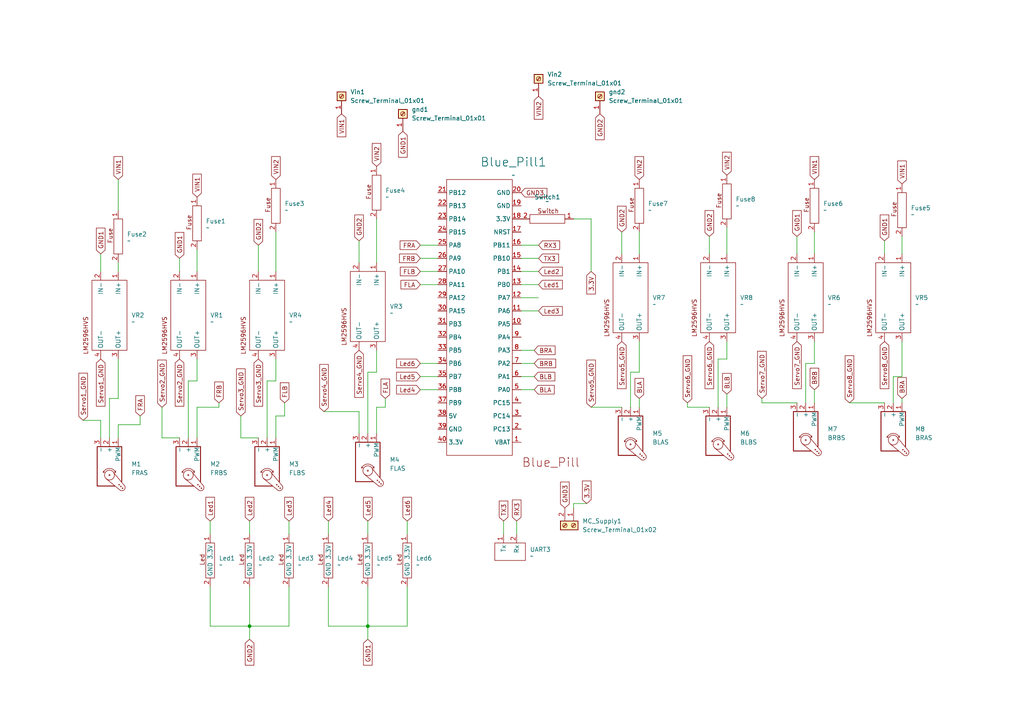
<source format=kicad_sch>
(kicad_sch (version 20231120) (generator "eeschema") (generator_version "8.0")
  (paper "A4")
  (lib_symbols
    (symbol "Connector:Screw_Terminal_01x01" (pin_names (offset 1.016) hide)
      (property "Reference" "J" (at 0 2.54 0))
      (property "Value" "Screw_Terminal_01x01" (at 0 -2.54 0))
      (symbol "Screw_Terminal_01x01_1_1"
        (rectangle (start -1.27 1.27) (end 1.27 -1.27) (stroke (width 0.254)) (fill (type background)))
        (polyline (pts (xy -0.5334 0.3302) (xy 0.3302 -0.508)) (stroke (width 0.1524)))
        (polyline (pts (xy -0.3556 0.508) (xy 0.508 -0.3302)) (stroke (width 0.1524)))
        (circle (center 0 0) (radius 0.635) (stroke (width 0.1524)))
        (pin passive line (at -5.08 0 0) (length 3.81) (name "Pin_1") (number "1"))
      )
    )
    (symbol "Connector:Screw_Terminal_01x02" (pin_names (offset 1.016) hide)
      (property "Reference" "J" (at 0 2.54 0))
      (property "Value" "Screw_Terminal_01x02" (at 0 -5.08 0))
      (symbol "Screw_Terminal_01x02_1_1"
        (rectangle (start -1.27 1.27) (end 1.27 -3.81) (stroke (width 0.254)) (fill (type background)))
        (circle (center 0 -2.54) (radius 0.635) (stroke (width 0.1524)))
        (polyline (pts (xy -0.5334 -2.2098) (xy 0.3302 -3.048)) (stroke (width 0.1524)))
        (polyline (pts (xy -0.5334 0.3302) (xy 0.3302 -0.508)) (stroke (width 0.1524)))
        (polyline (pts (xy -0.3556 -2.032) (xy 0.508 -2.8702)) (stroke (width 0.1524)))
        (polyline (pts (xy -0.3556 0.508) (xy 0.508 -0.3302)) (stroke (width 0.1524)))
        (circle (center 0 0) (radius 0.635) (stroke (width 0.1524)))
        (pin passive line (at -5.08 0 0) (length 3.81) (name "Pin_1") (number "1"))
        (pin passive line (at -5.08 -2.54 0) (length 3.81) (name "Pin_2") (number "2"))
      )
    )
    (symbol "LM2596HVS_1"
      (property "Reference" "VR1" (at -0.002 6.35 90))
      (property "Value" "~" (at 1.9031 6.35 90))
      (symbol "LM2596HVS_1_0_1"
        (rectangle (start -10.16 5.08) (end 10.16 -5.08))
      )
      (symbol "LM2596HVS_1_1_1"
        (text "LM2596HVS\n" (at 5.842 -6.858 0) (effects (font (size 1.27 1.27))))
        (pin input line (at -12.7 2.54 0) (length 2.54) (name "IN+") (number "1"))
        (pin input line (at -12.7 -2.54 0) (length 2.54) (name "IN-") (number "2"))
        (pin output line (at 12.7 2.54 180) (length 2.54) (name "OUT+") (number "3"))
        (pin output line (at 12.7 -2.54 180) (length 2.54) (name "OUT-") (number "4"))
      )
    )
    (symbol "M4_library:Blue_Pill"
      (property "Reference" "IC" (at -32.258 61.976 0))
      (symbol "Blue_Pill_0_1"
        (rectangle (start -6.35 53.34) (end 12.7 -26.67))
      )
      (symbol "Blue_Pill_1_1"
        (text "Blue_Pill\n" (at 23.876 -28.702 0) (effects (font (size 2.54 2.54))))
        (pin output line (at 15.24 -22.86 180) (length 2.54) (name "VBAT") (number "1"))
        (pin output line (at 15.24 11.43 180) (length 2.54) (name "PA5") (number "10"))
        (pin output line (at 15.24 15.24 180) (length 2.54) (name "PA6") (number "11"))
        (pin output line (at 15.24 19.05 180) (length 2.54) (name "PA7") (number "12"))
        (pin output line (at 15.24 22.86 180) (length 2.54) (name "PB0") (number "13"))
        (pin output line (at 15.24 26.67 180) (length 2.54) (name "PB1") (number "14"))
        (pin output line (at 15.24 30.48 180) (length 2.54) (name "PB10") (number "15"))
        (pin output line (at 15.24 34.29 180) (length 2.54) (name "PB11") (number "16"))
        (pin output line (at 15.24 38.1 180) (length 2.54) (name "NRST") (number "17"))
        (pin input line (at 15.24 41.91 180) (length 2.54) (name "3.3V") (number "18"))
        (pin input line (at 15.24 45.72 180) (length 2.54) (name "GND") (number "19"))
        (pin output line (at 15.24 -19.05 180) (length 2.54) (name "PC13") (number "2"))
        (pin input line (at 15.24 49.53 180) (length 2.54) (name "GND") (number "20"))
        (pin output line (at -8.89 49.53 0) (length 2.54) (name "PB12") (number "21"))
        (pin output line (at -8.89 45.72 0) (length 2.54) (name "PB13") (number "22"))
        (pin output line (at -8.89 41.91 0) (length 2.54) (name "PB14") (number "23"))
        (pin output line (at -8.89 38.1 0) (length 2.54) (name "PB15") (number "24"))
        (pin output line (at -8.89 34.29 0) (length 2.54) (name "PA8") (number "25"))
        (pin output line (at -8.89 30.48 0) (length 2.54) (name "PA9") (number "26"))
        (pin output line (at -8.89 26.67 0) (length 2.54) (name "PA10") (number "27"))
        (pin output line (at -8.89 22.86 0) (length 2.54) (name "PA11") (number "28"))
        (pin output line (at -8.89 19.05 0) (length 2.54) (name "PA12") (number "29"))
        (pin output line (at 15.24 -15.24 180) (length 2.54) (name "PC14") (number "3"))
        (pin output line (at -8.89 15.24 0) (length 2.54) (name "PA15") (number "30"))
        (pin output line (at -8.89 11.43 0) (length 2.54) (name "PB3") (number "31"))
        (pin output line (at -8.89 7.62 0) (length 2.54) (name "PB4") (number "32"))
        (pin output line (at -8.89 3.81 0) (length 2.54) (name "PB5") (number "33"))
        (pin output line (at -8.89 0 0) (length 2.54) (name "PB6") (number "34"))
        (pin output line (at -8.89 -3.81 0) (length 2.54) (name "PB7") (number "35"))
        (pin output line (at -8.89 -7.62 0) (length 2.54) (name "PB8") (number "36"))
        (pin output line (at -8.89 -11.43 0) (length 2.54) (name "PB9") (number "37"))
        (pin input line (at -8.89 -15.24 0) (length 2.54) (name "5V") (number "38"))
        (pin input line (at -8.89 -19.05 0) (length 2.54) (name "GND") (number "39"))
        (pin output line (at 15.24 -11.43 180) (length 2.54) (name "PC15") (number "4"))
        (pin input line (at -8.89 -22.86 0) (length 2.54) (name "3.3V") (number "40"))
        (pin output line (at 15.24 -7.62 180) (length 2.54) (name "PA0") (number "5"))
        (pin output line (at 15.24 -3.81 180) (length 2.54) (name "PA1") (number "6"))
        (pin output line (at 15.24 0 180) (length 2.54) (name "PA2") (number "7"))
        (pin output line (at 15.24 3.81 180) (length 2.54) (name "PA3") (number "8"))
        (pin output line (at 15.24 7.62 180) (length 2.54) (name "PA4") (number "9"))
      )
    )
    (symbol "M4_library:Led"
      (property "Reference" "U" (at -4.572 -2.794 0))
      (symbol "Led_0_1"
        (rectangle (start -5.08 1.27) (end 5.08 -1.27))
      )
      (symbol "Led_1_1"
        (text "Led\n" (at 0.254 2.286 0) (effects (font (size 1.27 1.27))))
        (pin input line (at 7.62 0 180) (length 2.54) (name "3.3V") (number "1"))
        (pin output line (at -7.62 0 0) (length 2.54) (name "GND") (number "2"))
      )
    )
    (symbol "M4_library:Rx_Tx_connector"
      (property "Reference" "U" (at -4.318 6.858 0))
      (symbol "Rx_Tx_connector_0_1"
        (rectangle (start 5.08 0) (end -3.81 -5.08))
      )
      (symbol "Rx_Tx_connector_1_1"
        (pin input line (at -1.27 2.54 270) (length 2.54) (name "Tx") (number "1"))
        (pin input line (at 2.54 2.54 270) (length 2.54) (name "Rx") (number "2"))
      )
    )
    (symbol "M4_library:fuse_holder"
      (property "Reference" "U" (at -4.572 2.032 0))
      (symbol "fuse_holder_0_1"
        (rectangle (start -5.08 1.27) (end 5.08 -1.27))
      )
      (symbol "fuse_holder_1_1"
        (text "Fuse" (at 0.254 2.286 0) (effects (font (size 1.27 1.27))))
        (pin input line (at 7.62 0 180) (length 2.54) (name "") (number "1"))
        (pin output line (at -7.62 0 0) (length 2.54) (name "") (number "2"))
      )
    )
    (symbol "M4_library:switch"
      (property "Reference" "U" (at -4.318 2.032 0))
      (symbol "switch_0_1"
        (rectangle (start -5.08 1.27) (end 5.08 -1.27))
      )
      (symbol "switch_1_1"
        (text "Switch" (at 0.254 2.286 0) (effects (font (size 1.27 1.27))))
        (pin input line (at 7.62 0 180) (length 2.54) (name "") (number "1"))
        (pin output line (at -7.62 0 0) (length 2.54) (name "") (number "2"))
      )
    )
    (symbol "Motor:Motor_Servo" (pin_names (offset 0.0254))
      (property "Reference" "M" (at -5.08 4.445 0))
      (property "Value" "Motor_Servo" (at -5.08 -4.064 0))
      (symbol "Motor_Servo_0_1"
        (polyline (pts (xy 2.413 -1.778) (xy 2.032 -1.778)))
        (polyline (pts (xy 2.413 -1.778) (xy 2.286 -1.397)))
        (polyline (pts (xy 2.413 1.778) (xy 1.905 1.778)))
        (polyline (pts (xy 2.413 1.778) (xy 2.286 1.397)))
        (polyline (pts (xy 6.35 4.445) (xy 2.54 1.27)))
        (polyline (pts (xy 7.62 3.175) (xy 4.191 -1.016)))
        (polyline (pts (xy 5.08 3.556) (xy -5.08 3.556) (xy -5.08 -3.556) (xy 6.35 -3.556) (xy 6.35 1.524)) (stroke (width 0.254)))
        (arc (start 2.413 1.778) (mid 1.2406 0) (end 2.413 -1.778))
        (circle (center 3.175 0) (radius 0.1778))
        (circle (center 3.175 0) (radius 1.4224))
        (circle (center 5.969 2.794) (radius 0.127))
        (circle (center 6.477 3.302) (radius 0.127))
        (circle (center 6.985 3.81) (radius 0.127))
        (arc (start 7.62 3.175) (mid 7.4485 4.2735) (end 6.35 4.445))
      )
      (symbol "Motor_Servo_1_1"
        (pin passive line (at -7.62 2.54 0) (length 2.54) (name "PWM") (number "1"))
        (pin passive line (at -7.62 0 0) (length 2.54) (name "+") (number "2"))
        (pin passive line (at -7.62 -2.54 0) (length 2.54) (name "-") (number "3"))
      )
    )
    (symbol "Motor_Servo_1" (pin_names (offset 0.0254))
      (property "Reference" "M1" (at -0.0112 6.35 90))
      (property "Value" "FRAS" (at 2.5288 6.35 90))
      (symbol "Motor_Servo_1_0_1"
        (polyline (pts (xy 2.413 -1.778) (xy 2.032 -1.778)))
        (polyline (pts (xy 2.413 -1.778) (xy 2.286 -1.397)))
        (polyline (pts (xy 2.413 1.778) (xy 1.905 1.778)))
        (polyline (pts (xy 2.413 1.778) (xy 2.286 1.397)))
        (polyline (pts (xy 6.35 4.445) (xy 2.54 1.27)))
        (polyline (pts (xy 7.62 3.175) (xy 4.191 -1.016)))
        (polyline (pts (xy 5.08 3.556) (xy -5.08 3.556) (xy -5.08 -3.556) (xy 6.35 -3.556) (xy 6.35 1.524)) (stroke (width 0.254)))
        (arc (start 2.413 1.778) (mid 1.2406 0) (end 2.413 -1.778))
        (circle (center 3.175 0) (radius 0.1778))
        (circle (center 3.175 0) (radius 1.4224))
        (circle (center 5.969 2.794) (radius 0.127))
        (circle (center 6.477 3.302) (radius 0.127))
        (circle (center 6.985 3.81) (radius 0.127))
        (arc (start 7.62 3.175) (mid 7.4485 4.2735) (end 6.35 4.445))
      )
      (symbol "Motor_Servo_1_1_1"
        (pin passive line (at -7.62 2.54 0) (length 2.54) (name "PWM") (number "1"))
        (pin passive line (at -7.62 0 0) (length 2.54) (name "+") (number "2"))
        (pin passive line (at -7.62 -2.54 0) (length 2.54) (name "-") (number "3"))
      )
    )
  )
  (junction (at 72.39 181.61))
  (junction (at 106.68 181.61))
  (wire (pts (xy 121.92 82.55) (xy 127 82.55)))
  (wire (pts (xy 63.5 118.11) (xy 57.15 118.11)))
  (wire (pts (xy 34.29 123.19) (xy 34.29 127)))
  (wire (pts (xy 261.62 109.22) (xy 261.62 99.06)))
  (wire (pts (xy 151.13 109.22) (xy 154.94 109.22)))
  (wire (pts (xy 77.47 110.49) (xy 77.47 127)))
  (wire (pts (xy 208.28 104.14) (xy 210.82 104.14)))
  (wire (pts (xy 80.01 120.65) (xy 80.01 127)))
  (wire (pts (xy 151.13 90.17) (xy 156.21 90.17)))
  (wire (pts (xy 72.39 151.13) (xy 72.39 154.94)))
  (wire (pts (xy 185.42 115.57) (xy 185.42 118.11)))
  (wire (pts (xy 236.22 67.31) (xy 236.22 73.66)))
  (wire (pts (xy 121.92 113.03) (xy 127 113.03)))
  (wire (pts (xy 40.64 120.65) (xy 40.64 123.19)))
  (wire (pts (xy 111.76 118.11) (xy 109.22 118.11)))
  (wire (pts (xy 106.68 181.61) (xy 118.11 181.61)))
  (wire (pts (xy 40.64 123.19) (xy 34.29 123.19)))
  (wire (pts (xy 83.82 151.13) (xy 83.82 154.94)))
  (wire (pts (xy 208.28 118.11) (xy 208.28 104.14)))
  (wire (pts (xy 111.76 115.57) (xy 111.76 118.11)))
  (wire (pts (xy 220.98 115.57) (xy 220.98 116.84)))
  (wire (pts (xy 149.86 151.13) (xy 149.86 154.94)))
  (wire (pts (xy 54.61 110.49) (xy 54.61 127)))
  (wire (pts (xy 106.68 181.61) (xy 106.68 185.42)))
  (wire (pts (xy 246.38 116.84) (xy 256.54 116.84)))
  (wire (pts (xy 57.15 104.14) (xy 57.15 110.49)))
  (wire (pts (xy 82.55 120.65) (xy 80.01 120.65)))
  (wire (pts (xy 121.92 71.12) (xy 127 71.12)))
  (wire (pts (xy 259.08 116.84) (xy 259.08 109.22)))
  (wire (pts (xy 151.13 86.36) (xy 156.21 86.36)))
  (wire (pts (xy 106.68 170.18) (xy 106.68 181.61)))
  (wire (pts (xy 46.99 118.11) (xy 46.99 127)))
  (wire (pts (xy 72.39 181.61) (xy 72.39 185.42)))
  (wire (pts (xy 170.18 146.05) (xy 166.37 146.05)))
  (wire (pts (xy 180.34 67.31) (xy 180.34 73.66)))
  (wire (pts (xy 210.82 114.3) (xy 210.82 118.11)))
  (wire (pts (xy 95.25 170.18) (xy 95.25 181.61)))
  (wire (pts (xy 199.39 118.11) (xy 205.74 118.11)))
  (wire (pts (xy 74.93 71.12) (xy 74.93 78.74)))
  (wire (pts (xy 93.98 119.38) (xy 104.14 119.38)))
  (wire (pts (xy 166.37 63.5) (xy 171.45 63.5)))
  (wire (pts (xy 104.14 119.38) (xy 104.14 125.73)))
  (wire (pts (xy 109.22 107.95) (xy 106.68 107.95)))
  (wire (pts (xy 233.68 105.41) (xy 236.22 105.41)))
  (wire (pts (xy 121.92 74.93) (xy 127 74.93)))
  (wire (pts (xy 60.96 170.18) (xy 60.96 181.61)))
  (wire (pts (xy 199.39 116.84) (xy 199.39 118.11)))
  (wire (pts (xy 118.11 151.13) (xy 118.11 154.94)))
  (wire (pts (xy 95.25 181.61) (xy 106.68 181.61)))
  (wire (pts (xy 236.22 105.41) (xy 236.22 99.06)))
  (wire (pts (xy 63.5 116.84) (xy 63.5 118.11)))
  (wire (pts (xy 259.08 109.22) (xy 261.62 109.22)))
  (wire (pts (xy 95.25 151.13) (xy 95.25 154.94)))
  (wire (pts (xy 29.21 121.92) (xy 29.21 127)))
  (wire (pts (xy 52.07 74.93) (xy 52.07 78.74)))
  (wire (pts (xy 83.82 170.18) (xy 83.82 181.61)))
  (wire (pts (xy 69.85 120.65) (xy 69.85 127)))
  (wire (pts (xy 80.01 104.14) (xy 80.01 110.49)))
  (wire (pts (xy 182.88 118.11) (xy 182.88 107.95)))
  (wire (pts (xy 121.92 109.22) (xy 127 109.22)))
  (wire (pts (xy 233.68 116.84) (xy 233.68 105.41)))
  (wire (pts (xy 72.39 170.18) (xy 72.39 181.61)))
  (wire (pts (xy 106.68 151.13) (xy 106.68 154.94)))
  (wire (pts (xy 24.13 121.92) (xy 29.21 121.92)))
  (wire (pts (xy 261.62 115.57) (xy 261.62 116.84)))
  (wire (pts (xy 57.15 72.39) (xy 57.15 78.74)))
  (wire (pts (xy 46.99 127) (xy 52.07 127)))
  (wire (pts (xy 80.01 110.49) (xy 77.47 110.49)))
  (wire (pts (xy 151.13 105.41) (xy 154.94 105.41)))
  (wire (pts (xy 146.05 151.13) (xy 146.05 154.94)))
  (wire (pts (xy 151.13 82.55) (xy 156.21 82.55)))
  (wire (pts (xy 118.11 170.18) (xy 118.11 181.61)))
  (wire (pts (xy 151.13 101.6) (xy 154.94 101.6)))
  (wire (pts (xy 57.15 118.11) (xy 57.15 127)))
  (wire (pts (xy 80.01 67.31) (xy 80.01 78.74)))
  (wire (pts (xy 182.88 107.95) (xy 185.42 107.95)))
  (wire (pts (xy 166.37 146.05) (xy 166.37 147.32)))
  (wire (pts (xy 29.21 73.66) (xy 29.21 78.74)))
  (wire (pts (xy 220.98 116.84) (xy 231.14 116.84)))
  (wire (pts (xy 231.14 68.58) (xy 231.14 73.66)))
  (wire (pts (xy 34.29 52.07) (xy 34.29 60.96)))
  (wire (pts (xy 104.14 69.85) (xy 104.14 76.2)))
  (wire (pts (xy 151.13 78.74) (xy 156.21 78.74)))
  (wire (pts (xy 121.92 78.74) (xy 127 78.74)))
  (wire (pts (xy 72.39 181.61) (xy 83.82 181.61)))
  (wire (pts (xy 82.55 116.84) (xy 82.55 120.65)))
  (wire (pts (xy 60.96 181.61) (xy 72.39 181.61)))
  (wire (pts (xy 236.22 113.03) (xy 236.22 116.84)))
  (wire (pts (xy 34.29 104.14) (xy 34.29 115.57)))
  (wire (pts (xy 60.96 151.13) (xy 60.96 154.94)))
  (wire (pts (xy 185.42 67.31) (xy 185.42 73.66)))
  (wire (pts (xy 171.45 63.5) (xy 171.45 78.74)))
  (wire (pts (xy 151.13 74.93) (xy 156.21 74.93)))
  (wire (pts (xy 109.22 118.11) (xy 109.22 125.73)))
  (wire (pts (xy 109.22 101.6) (xy 109.22 107.95)))
  (wire (pts (xy 185.42 107.95) (xy 185.42 99.06)))
  (wire (pts (xy 205.74 68.58) (xy 205.74 73.66)))
  (wire (pts (xy 31.75 115.57) (xy 31.75 127)))
  (wire (pts (xy 57.15 110.49) (xy 54.61 110.49)))
  (wire (pts (xy 109.22 63.5) (xy 109.22 76.2)))
  (wire (pts (xy 210.82 66.04) (xy 210.82 73.66)))
  (wire (pts (xy 151.13 71.12) (xy 156.21 71.12)))
  (wire (pts (xy 34.29 115.57) (xy 31.75 115.57)))
  (wire (pts (xy 121.92 105.41) (xy 127 105.41)))
  (wire (pts (xy 151.13 113.03) (xy 154.94 113.03)))
  (wire (pts (xy 69.85 127) (xy 74.93 127)))
  (wire (pts (xy 256.54 69.85) (xy 256.54 73.66)))
  (wire (pts (xy 106.68 107.95) (xy 106.68 125.73)))
  (wire (pts (xy 261.62 68.58) (xy 261.62 73.66)))
  (wire (pts (xy 34.29 76.2) (xy 34.29 78.74)))
  (wire (pts (xy 171.45 118.11) (xy 180.34 118.11)))
  (wire (pts (xy 210.82 104.14) (xy 210.82 99.06)))
  (global_label "GND1" (shape input) (at 29.21 73.66 90) (property "Intersheetrefs" "${INTERSHEET_REFS}" (effects (hide yes))))
  (global_label "FLB" (shape input) (at 121.92 78.74 180) (property "Intersheetrefs" "${INTERSHEET_REFS}" (effects (hide yes))))
  (global_label "BLA" (shape input) (at 185.42 115.57 90) (property "Intersheetrefs" "${INTERSHEET_REFS}" (effects (hide yes))))
  (global_label "GND1" (shape input) (at 231.14 68.58 90) (property "Intersheetrefs" "${INTERSHEET_REFS}" (effects (hide yes))))
  (global_label "Servo2_GND" (shape input) (at 46.99 118.11 90) (property "Intersheetrefs" "${INTERSHEET_REFS}" (effects (hide yes))))
  (global_label "Led1" (shape input) (at 156.21 82.55 0) (property "Intersheetrefs" "${INTERSHEET_REFS}" (effects (hide yes))))
  (global_label "GND2" (shape input) (at 74.93 71.12 90) (property "Intersheetrefs" "${INTERSHEET_REFS}" (effects (hide yes))))
  (global_label "RX3" (shape input) (at 156.21 71.12 0) (property "Intersheetrefs" "${INTERSHEET_REFS}" (effects (hide yes))))
  (global_label "3.3V" (shape input) (at 171.45 78.74 270) (property "Intersheetrefs" "${INTERSHEET_REFS}" (effects (hide yes))))
  (global_label "VIN2" (shape input) (at 210.82 50.8 90) (property "Intersheetrefs" "${INTERSHEET_REFS}" (effects (hide yes))))
  (global_label "VIN2" (shape input) (at 156.21 27.94 270) (property "Intersheetrefs" "${INTERSHEET_REFS}" (effects (hide yes))))
  (global_label "VIN1" (shape input) (at 99.06 33.02 270) (property "Intersheetrefs" "${INTERSHEET_REFS}" (effects (hide yes))))
  (global_label "GND2" (shape input) (at 205.74 68.58 90) (property "Intersheetrefs" "${INTERSHEET_REFS}" (effects (hide yes))))
  (global_label "RX3" (shape input) (at 149.86 151.13 90) (property "Intersheetrefs" "${INTERSHEET_REFS}" (effects (hide yes))))
  (global_label "Led5" (shape input) (at 106.68 151.13 90) (property "Intersheetrefs" "${INTERSHEET_REFS}" (effects (hide yes))))
  (global_label "BRB" (shape input) (at 154.94 105.41 0) (property "Intersheetrefs" "${INTERSHEET_REFS}" (effects (hide yes))))
  (global_label "Servo2_GND" (shape input) (at 52.07 104.14 270) (property "Intersheetrefs" "${INTERSHEET_REFS}" (effects (hide yes))))
  (global_label "Servo8_GND" (shape input) (at 256.54 99.06 270) (property "Intersheetrefs" "${INTERSHEET_REFS}" (effects (hide yes))))
  (global_label "VIN1" (shape input) (at 57.15 57.15 90) (property "Intersheetrefs" "${INTERSHEET_REFS}" (effects (hide yes))))
  (global_label "FRB" (shape input) (at 121.92 74.93 180) (property "Intersheetrefs" "${INTERSHEET_REFS}" (effects (hide yes))))
  (global_label "VIN1" (shape input) (at 34.29 52.07 90) (property "Intersheetrefs" "${INTERSHEET_REFS}" (effects (hide yes))))
  (global_label "GND1" (shape input) (at 52.07 74.93 90) (property "Intersheetrefs" "${INTERSHEET_REFS}" (effects (hide yes))))
  (global_label "FLB" (shape input) (at 82.55 116.84 90) (property "Intersheetrefs" "${INTERSHEET_REFS}" (effects (hide yes))))
  (global_label "Led3" (shape input) (at 83.82 151.13 90) (property "Intersheetrefs" "${INTERSHEET_REFS}" (effects (hide yes))))
  (global_label "BRA" (shape input) (at 261.62 115.57 90) (property "Intersheetrefs" "${INTERSHEET_REFS}" (effects (hide yes))))
  (global_label "Servo8_GND" (shape input) (at 246.38 116.84 90) (property "Intersheetrefs" "${INTERSHEET_REFS}" (effects (hide yes))))
  (global_label "Servo1_GND" (shape input) (at 24.13 121.92 90) (property "Intersheetrefs" "${INTERSHEET_REFS}" (effects (hide yes))))
  (global_label "GND2" (shape input) (at 180.34 67.31 90) (property "Intersheetrefs" "${INTERSHEET_REFS}" (effects (hide yes))))
  (global_label "Servo7_GND" (shape input) (at 220.98 115.57 90) (property "Intersheetrefs" "${INTERSHEET_REFS}" (effects (hide yes))))
  (global_label "3.3V" (shape input) (at 170.18 146.05 90) (property "Intersheetrefs" "${INTERSHEET_REFS}" (effects (hide yes))))
  (global_label "Servo4_GND" (shape input) (at 93.98 119.38 90) (property "Intersheetrefs" "${INTERSHEET_REFS}" (effects (hide yes))))
  (global_label "BLA" (shape input) (at 154.94 113.03 0) (property "Intersheetrefs" "${INTERSHEET_REFS}" (effects (hide yes))))
  (global_label "Led3" (shape input) (at 156.21 90.17 0) (property "Intersheetrefs" "${INTERSHEET_REFS}" (effects (hide yes))))
  (global_label "Servo5_GND" (shape input) (at 180.34 99.06 270) (property "Intersheetrefs" "${INTERSHEET_REFS}" (effects (hide yes))))
  (global_label "GND3" (shape input) (at 151.13 55.88 0) (property "Intersheetrefs" "${INTERSHEET_REFS}" (effects (hide yes))))
  (global_label "VIN1" (shape input) (at 236.22 52.07 90) (property "Intersheetrefs" "${INTERSHEET_REFS}" (effects (hide yes))))
  (global_label "Servo7_GND" (shape input) (at 231.14 99.06 270) (property "Intersheetrefs" "${INTERSHEET_REFS}" (effects (hide yes))))
  (global_label "GND2" (shape input) (at 173.99 33.02 270) (property "Intersheetrefs" "${INTERSHEET_REFS}" (effects (hide yes))))
  (global_label "Led6" (shape input) (at 121.92 105.41 180) (property "Intersheetrefs" "${INTERSHEET_REFS}" (effects (hide yes))))
  (global_label "BRB" (shape input) (at 236.22 113.03 90) (property "Intersheetrefs" "${INTERSHEET_REFS}" (effects (hide yes))))
  (global_label "VIN2" (shape input) (at 80.01 52.07 90) (property "Intersheetrefs" "${INTERSHEET_REFS}" (effects (hide yes))))
  (global_label "BRA" (shape input) (at 154.94 101.6 0) (property "Intersheetrefs" "${INTERSHEET_REFS}" (effects (hide yes))))
  (global_label "FRB" (shape input) (at 63.5 116.84 90) (property "Intersheetrefs" "${INTERSHEET_REFS}" (effects (hide yes))))
  (global_label "Led5" (shape input) (at 121.92 109.22 180) (property "Intersheetrefs" "${INTERSHEET_REFS}" (effects (hide yes))))
  (global_label "Led4" (shape input) (at 121.92 113.03 180) (property "Intersheetrefs" "${INTERSHEET_REFS}" (effects (hide yes))))
  (global_label "Servo6_GND" (shape input) (at 199.39 116.84 90) (property "Intersheetrefs" "${INTERSHEET_REFS}" (effects (hide yes))))
  (global_label "TX3" (shape input) (at 156.21 74.93 0) (property "Intersheetrefs" "${INTERSHEET_REFS}" (effects (hide yes))))
  (global_label "GND1" (shape input) (at 106.68 185.42 270) (property "Intersheetrefs" "${INTERSHEET_REFS}" (effects (hide yes))))
  (global_label "Led6" (shape input) (at 118.11 151.13 90) (property "Intersheetrefs" "${INTERSHEET_REFS}" (effects (hide yes))))
  (global_label "GND3" (shape input) (at 163.83 147.32 90) (property "Intersheetrefs" "${INTERSHEET_REFS}" (effects (hide yes))))
  (global_label "BLB" (shape input) (at 210.82 114.3 90) (property "Intersheetrefs" "${INTERSHEET_REFS}" (effects (hide yes))))
  (global_label "Led2" (shape input) (at 156.21 78.74 0) (property "Intersheetrefs" "${INTERSHEET_REFS}" (effects (hide yes))))
  (global_label "GND1" (shape input) (at 256.54 69.85 90) (property "Intersheetrefs" "${INTERSHEET_REFS}" (effects (hide yes))))
  (global_label "GND2" (shape input) (at 104.14 69.85 90) (property "Intersheetrefs" "${INTERSHEET_REFS}" (effects (hide yes))))
  (global_label "TX3" (shape input) (at 146.05 151.13 90) (property "Intersheetrefs" "${INTERSHEET_REFS}" (effects (hide yes))))
  (global_label "FLA" (shape input) (at 121.92 82.55 180) (property "Intersheetrefs" "${INTERSHEET_REFS}" (effects (hide yes))))
  (global_label "Servo3_GND" (shape input) (at 74.93 104.14 270) (property "Intersheetrefs" "${INTERSHEET_REFS}" (effects (hide yes))))
  (global_label "Servo6_GND" (shape input) (at 205.74 99.06 270) (property "Intersheetrefs" "${INTERSHEET_REFS}" (effects (hide yes))))
  (global_label "Servo3_GND" (shape input) (at 69.85 120.65 90) (property "Intersheetrefs" "${INTERSHEET_REFS}" (effects (hide yes))))
  (global_label "Led2" (shape input) (at 72.39 151.13 90) (property "Intersheetrefs" "${INTERSHEET_REFS}" (effects (hide yes))))
  (global_label "Led1" (shape input) (at 60.96 151.13 90) (property "Intersheetrefs" "${INTERSHEET_REFS}" (effects (hide yes))))
  (global_label "VIN2" (shape input) (at 185.42 52.07 90) (property "Intersheetrefs" "${INTERSHEET_REFS}" (effects (hide yes))))
  (global_label "VIN1" (shape input) (at 261.62 53.34 90) (property "Intersheetrefs" "${INTERSHEET_REFS}" (effects (hide yes))))
  (global_label "FRA" (shape input) (at 121.92 71.12 180) (property "Intersheetrefs" "${INTERSHEET_REFS}" (effects (hide yes))))
  (global_label "Led4" (shape input) (at 95.25 151.13 90) (property "Intersheetrefs" "${INTERSHEET_REFS}" (effects (hide yes))))
  (global_label "Servo4_GND" (shape input) (at 104.14 101.6 270) (property "Intersheetrefs" "${INTERSHEET_REFS}" (effects (hide yes))))
  (global_label "FRA" (shape input) (at 40.64 120.65 90) (property "Intersheetrefs" "${INTERSHEET_REFS}" (effects (hide yes))))
  (global_label "VIN2" (shape input) (at 109.22 48.26 90) (property "Intersheetrefs" "${INTERSHEET_REFS}" (effects (hide yes))))
  (global_label "GND2" (shape input) (at 72.39 185.42 270) (property "Intersheetrefs" "${INTERSHEET_REFS}" (effects (hide yes))))
  (global_label "BLB" (shape input) (at 154.94 109.22 0) (property "Intersheetrefs" "${INTERSHEET_REFS}" (effects (hide yes))))
  (global_label "Servo1_GND" (shape input) (at 29.21 104.14 270) (property "Intersheetrefs" "${INTERSHEET_REFS}" (effects (hide yes))))
  (global_label "GND1" (shape input) (at 116.84 38.1 270) (property "Intersheetrefs" "${INTERSHEET_REFS}" (effects (hide yes))))
  (global_label "Servo5_GND" (shape input) (at 171.45 118.11 90) (property "Intersheetrefs" "${INTERSHEET_REFS}" (effects (hide yes))))
  (global_label "FLA" (shape input) (at 111.76 115.57 90) (property "Intersheetrefs" "${INTERSHEET_REFS}" (effects (hide yes))))
  (symbol (lib_id "M4_library:Rx_Tx_connector") (at 147.32 157.48 0) (unit 1)
    (property "Reference" "UART3" (at 153.67 159.3849 0) (effects (justify left)))
    (property "Value" "~" (at 153.67 161.29 0) (effects (justify left)))
    (property "Footprint" "M4_PCB:communication" (effects (hide yes)))
  )
  (symbol (lib_id "M4_library:Led") (at 118.11 162.56 90) (unit 1)
    (property "Reference" "Led6" (at 120.65 161.9249 90) (effects (justify right)))
    (property "Value" "~" (at 120.65 163.83 90) (effects (justify right)))
    (property "Footprint" "M4_PCB:LED" (effects (hide yes)))
  )
  (symbol (lib_name "LM2596HVS_1") (lib_id "M4_library:LM2596HVS") (at 54.61 91.44 270) (unit 1)
    (property "Reference" "VR1" (at 60.96 91.438 90) (effects (justify left)))
    (property "Value" "~" (at 60.96 93.3431 90) (effects (justify left)))
    (property "Footprint" "M4_PCB:LM2596HVS" (effects (hide yes)))
  )
  (symbol (lib_id "M4_library:fuse_holder") (at 80.01 59.69 90) (unit 1)
    (property "Reference" "Fuse3" (at 82.55 59.0549 90) (effects (justify right)))
    (property "Value" "~" (at 82.55 60.96 90) (effects (justify right)))
    (property "Footprint" "M4_PCB:Fuse_Holder" (effects (hide yes)))
  )
  (symbol (lib_id "M4_library:Led") (at 60.96 162.56 90) (unit 1)
    (property "Reference" "Led1" (at 63.5 161.9249 90) (effects (justify right)))
    (property "Value" "~" (at 63.5 163.83 90) (effects (justify right)))
    (property "Footprint" "M4_PCB:LED" (effects (hide yes)))
  )
  (symbol (lib_id "M4_library:fuse_holder") (at 210.82 58.42 90) (unit 1)
    (property "Reference" "Fuse8" (at 213.36 57.7849 90) (effects (justify right)))
    (property "Value" "~" (at 213.36 59.69 90) (effects (justify right)))
    (property "Footprint" "M4_PCB:Fuse_Holder" (effects (hide yes)))
  )
  (symbol (lib_id "M4_library:fuse_holder") (at 261.62 60.96 90) (unit 1)
    (property "Reference" "Fuse5" (at 264.16 60.3249 90) (effects (justify right)))
    (property "Value" "~" (at 264.16 62.23 90) (effects (justify right)))
    (property "Footprint" "M4_PCB:Fuse_Holder" (effects (hide yes)))
  )
  (symbol (lib_id "M4_library:fuse_holder") (at 185.42 59.69 90) (unit 1)
    (property "Reference" "Fuse7" (at 187.96 59.0549 90) (effects (justify right)))
    (property "Value" "~" (at 187.96 60.96 90) (effects (justify right)))
    (property "Footprint" "M4_PCB:Fuse_Holder" (effects (hide yes)))
  )
  (symbol (lib_id "Motor:Motor_Servo") (at 182.88 125.73 270) (unit 1)
    (property "Reference" "M5" (at 189.23 125.7188 90) (effects (justify left)))
    (property "Value" "BLAS" (at 189.23 128.2588 90) (effects (justify left)))
    (property "Footprint" "M4_PCB:Servo" (effects (hide yes)))
    (property "Datasheet" "http://forums.parallax.com/uploads/attachments/46831/74481.png" (effects (hide yes)))
    (property "Description" "Servo Motor (Futaba, HiTec, JR connector)" (effects (hide yes)))
  )
  (symbol (lib_name "LM2596HVS_1") (lib_id "M4_library:LM2596HVS") (at 77.47 91.44 270) (unit 1)
    (property "Reference" "VR4" (at 83.82 91.438 90) (effects (justify left)))
    (property "Value" "~" (at 83.82 93.3431 90) (effects (justify left)))
    (property "Footprint" "M4_PCB:LM2596HVS" (effects (hide yes)))
  )
  (symbol (lib_name "LM2596HVS_1") (lib_id "M4_library:LM2596HVS") (at 233.68 86.36 270) (unit 1)
    (property "Reference" "VR6" (at 240.03 86.358 90) (effects (justify left)))
    (property "Value" "~" (at 240.03 88.2631 90) (effects (justify left)))
    (property "Footprint" "M4_PCB:LM2596HVS" (effects (hide yes)))
  )
  (symbol (lib_id "Connector:Screw_Terminal_01x01") (at 173.99 27.94 90) (unit 1)
    (property "Reference" "gnd2" (at 176.53 26.6699 90) (effects (justify right)))
    (property "Value" "Screw_Terminal_01x01" (at 176.53 29.2099 90) (effects (justify right)))
    (property "Footprint" "M4_PCB:one_terminal_GND" (effects (hide yes)))
    (property "Description" "Generic screw terminal, single row, 01x01, script generated (kicad-library-utils/schlib/autogen/connector/)" (effects (hide yes)))
  )
  (symbol (lib_id "Motor:Motor_Servo") (at 54.61 134.62 270) (unit 1)
    (property "Reference" "M2" (at 60.96 134.6088 90) (effects (justify left)))
    (property "Value" "FRBS" (at 60.96 137.1488 90) (effects (justify left)))
    (property "Footprint" "M4_PCB:Servo" (effects (hide yes)))
    (property "Datasheet" "http://forums.parallax.com/uploads/attachments/46831/74481.png" (effects (hide yes)))
    (property "Description" "Servo Motor (Futaba, HiTec, JR connector)" (effects (hide yes)))
  )
  (symbol (lib_name "LM2596HVS_1") (lib_id "M4_library:LM2596HVS") (at 182.88 86.36 270) (unit 1)
    (property "Reference" "VR7" (at 189.23 86.358 90) (effects (justify left)))
    (property "Value" "~" (at 189.23 88.2631 90) (effects (justify left)))
    (property "Footprint" "M4_PCB:LM2596HVS" (effects (hide yes)))
  )
  (symbol (lib_id "Connector:Screw_Terminal_01x01") (at 116.84 33.02 90) (unit 1)
    (property "Reference" "gnd1" (at 119.38 31.7499 90) (effects (justify right)))
    (property "Value" "Screw_Terminal_01x01" (at 119.38 34.2899 90) (effects (justify right)))
    (property "Footprint" "M4_PCB:one_terminal_GND" (effects (hide yes)))
    (property "Description" "Generic screw terminal, single row, 01x01, script generated (kicad-library-utils/schlib/autogen/connector/)" (effects (hide yes)))
  )
  (symbol (lib_id "M4_library:Blue_Pill") (at 135.89 105.41 0) (unit 1)
    (property "Reference" "Blue_Pill1" (at 148.937 46.99 0) (effects (font (size 2.54 2.54))))
    (property "Value" "~" (at 148.937 50.8 0))
    (property "Footprint" "M4_PCB:blue_pill" (effects (hide yes)))
  )
  (symbol (lib_id "M4_library:fuse_holder") (at 109.22 55.88 90) (unit 1)
    (property "Reference" "Fuse4" (at 111.76 55.2449 90) (effects (justify right)))
    (property "Value" "~" (at 111.76 57.15 90) (effects (justify right)))
    (property "Footprint" "M4_PCB:Fuse_Holder" (effects (hide yes)))
  )
  (symbol (lib_id "M4_library:fuse_holder") (at 57.15 64.77 90) (unit 1)
    (property "Reference" "Fuse1" (at 59.69 64.1349 90) (effects (justify right)))
    (property "Value" "~" (at 59.69 66.04 90) (effects (justify right)))
    (property "Footprint" "M4_PCB:Fuse_Holder" (effects (hide yes)))
  )
  (symbol (lib_id "Connector:Screw_Terminal_01x02") (at 166.37 152.4 270) (unit 1)
    (property "Reference" "MC_Supply1" (at 168.91 151.1299 90) (effects (justify left)))
    (property "Value" "Screw_Terminal_01x02" (at 168.91 153.6699 90) (effects (justify left)))
    (property "Footprint" "M4_PCB:Microcontrollers" (effects (hide yes)))
    (property "Description" "Generic screw terminal, single row, 01x02, script generated (kicad-library-utils/schlib/autogen/connector/)" (effects (hide yes)))
  )
  (symbol (lib_name "LM2596HVS_1") (lib_id "M4_library:LM2596HVS") (at 31.75 91.44 270) (unit 1)
    (property "Reference" "VR2" (at 38.1 91.438 90) (effects (justify left)))
    (property "Value" "~" (at 38.1 93.3431 90) (effects (justify left)))
    (property "Footprint" "M4_PCB:LM2596HVS" (effects (hide yes)))
  )
  (symbol (lib_id "Motor:Motor_Servo") (at 77.47 134.62 270) (unit 1)
    (property "Reference" "M3" (at 83.82 134.6088 90) (effects (justify left)))
    (property "Value" "FLBS" (at 83.82 137.1488 90) (effects (justify left)))
    (property "Footprint" "M4_PCB:Servo" (effects (hide yes)))
    (property "Datasheet" "http://forums.parallax.com/uploads/attachments/46831/74481.png" (effects (hide yes)))
    (property "Description" "Servo Motor (Futaba, HiTec, JR connector)" (effects (hide yes)))
  )
  (symbol (lib_id "M4_library:Led") (at 83.82 162.56 90) (unit 1)
    (property "Reference" "Led3" (at 86.36 161.9249 90) (effects (justify right)))
    (property "Value" "~" (at 86.36 163.83 90) (effects (justify right)))
    (property "Footprint" "M4_PCB:LED" (effects (hide yes)))
  )
  (symbol (lib_id "Motor:Motor_Servo") (at 259.08 124.46 270) (unit 1)
    (property "Reference" "M8" (at 265.43 124.4488 90) (effects (justify left)))
    (property "Value" "BRAS" (at 265.43 126.9888 90) (effects (justify left)))
    (property "Footprint" "M4_PCB:Servo" (effects (hide yes)))
    (property "Datasheet" "http://forums.parallax.com/uploads/attachments/46831/74481.png" (effects (hide yes)))
    (property "Description" "Servo Motor (Futaba, HiTec, JR connector)" (effects (hide yes)))
  )
  (symbol (lib_id "Connector:Screw_Terminal_01x01") (at 156.21 22.86 90) (unit 1)
    (property "Reference" "Vin2" (at 158.75 21.5899 90) (effects (justify right)))
    (property "Value" "Screw_Terminal_01x01" (at 158.75 24.1299 90) (effects (justify right)))
    (property "Footprint" "M4_PCB:one_terminal_VDD" (effects (hide yes)))
    (property "Description" "Generic screw terminal, single row, 01x01, script generated (kicad-library-utils/schlib/autogen/connector/)" (effects (hide yes)))
  )
  (symbol (lib_id "Connector:Screw_Terminal_01x01") (at 99.06 27.94 90) (unit 1)
    (property "Reference" "Vin1" (at 101.6 26.6699 90) (effects (justify right)))
    (property "Value" "Screw_Terminal_01x01" (at 101.6 29.2099 90) (effects (justify right)))
    (property "Footprint" "M4_PCB:one_terminal_VDD" (effects (hide yes)))
    (property "Description" "Generic screw terminal, single row, 01x01, script generated (kicad-library-utils/schlib/autogen/connector/)" (effects (hide yes)))
  )
  (symbol (lib_id "M4_library:switch") (at 158.75 63.5 0) (unit 1)
    (property "Reference" "Switch1" (at 158.75 57.15 0))
    (property "Value" "~" (at 158.75 58.42 0))
    (property "Footprint" "M4_PCB:switch" (effects (hide yes)))
  )
  (symbol (lib_name "LM2596HVS_1") (lib_id "M4_library:LM2596HVS") (at 106.68 88.9 270) (unit 1)
    (property "Reference" "VR3" (at 113.03 88.898 90) (effects (justify left)))
    (property "Value" "~" (at 113.03 90.8031 90) (effects (justify left)))
    (property "Footprint" "M4_PCB:LM2596HVS" (effects (hide yes)))
  )
  (symbol (lib_id "Motor:Motor_Servo") (at 233.68 124.46 270) (unit 1)
    (property "Reference" "M7" (at 240.03 124.4488 90) (effects (justify left)))
    (property "Value" "BRBS" (at 240.03 126.9888 90) (effects (justify left)))
    (property "Footprint" "M4_PCB:Servo" (effects (hide yes)))
    (property "Datasheet" "http://forums.parallax.com/uploads/attachments/46831/74481.png" (effects (hide yes)))
    (property "Description" "Servo Motor (Futaba, HiTec, JR connector)" (effects (hide yes)))
  )
  (symbol (lib_name "Motor_Servo_1") (lib_id "Motor:Motor_Servo") (at 31.75 134.62 270) (unit 1)
    (property "Reference" "M1" (at 38.1 134.6088 90) (effects (justify left)))
    (property "Value" "FRAS" (at 38.1 137.1488 90) (effects (justify left)))
    (property "Footprint" "M4_PCB:Servo" (effects (hide yes)))
    (property "Datasheet" "http://forums.parallax.com/uploads/attachments/46831/74481.png" (effects (hide yes)))
    (property "Description" "Servo Motor (Futaba, HiTec, JR connector)" (effects (hide yes)))
  )
  (symbol (lib_id "M4_library:Led") (at 95.25 162.56 90) (unit 1)
    (property "Reference" "Led4" (at 97.79 161.9249 90) (effects (justify right)))
    (property "Value" "~" (at 97.79 163.83 90) (effects (justify right)))
    (property "Footprint" "M4_PCB:LED" (effects (hide yes)))
  )
  (symbol (lib_id "M4_library:fuse_holder") (at 236.22 59.69 90) (unit 1)
    (property "Reference" "Fuse6" (at 238.76 59.0549 90) (effects (justify right)))
    (property "Value" "~" (at 238.76 60.96 90) (effects (justify right)))
    (property "Footprint" "M4_PCB:Fuse_Holder" (effects (hide yes)))
  )
  (symbol (lib_name "LM2596HVS_1") (lib_id "M4_library:LM2596HVS") (at 208.28 86.36 270) (unit 1)
    (property "Reference" "VR8" (at 214.63 86.358 90) (effects (justify left)))
    (property "Value" "~" (at 214.63 88.2631 90) (effects (justify left)))
    (property "Footprint" "M4_PCB:LM2596HVS" (effects (hide yes)))
  )
  (symbol (lib_id "M4_library:Led") (at 72.39 162.56 90) (unit 1)
    (property "Reference" "Led2" (at 74.93 161.9249 90) (effects (justify right)))
    (property "Value" "~" (at 74.93 163.83 90) (effects (justify right)))
    (property "Footprint" "M4_PCB:LED" (effects (hide yes)))
  )
  (symbol (lib_id "Motor:Motor_Servo") (at 208.28 125.73 270) (unit 1)
    (property "Reference" "M6" (at 214.63 125.7188 90) (effects (justify left)))
    (property "Value" "BLBS" (at 214.63 128.2588 90) (effects (justify left)))
    (property "Footprint" "M4_PCB:Servo" (effects (hide yes)))
    (property "Datasheet" "http://forums.parallax.com/uploads/attachments/46831/74481.png" (effects (hide yes)))
    (property "Description" "Servo Motor (Futaba, HiTec, JR connector)" (effects (hide yes)))
  )
  (symbol (lib_id "M4_library:Led") (at 106.68 162.56 90) (unit 1)
    (property "Reference" "Led5" (at 109.22 161.9249 90) (effects (justify right)))
    (property "Value" "~" (at 109.22 163.83 90) (effects (justify right)))
    (property "Footprint" "M4_PCB:LED" (effects (hide yes)))
  )
  (symbol (lib_name "LM2596HVS_1") (lib_id "M4_library:LM2596HVS") (at 259.08 86.36 270) (unit 1)
    (property "Reference" "VR5" (at 265.43 86.358 90) (effects (justify left)))
    (property "Value" "~" (at 265.43 88.2631 90) (effects (justify left)))
    (property "Footprint" "M4_PCB:LM2596HVS" (effects (hide yes)))
  )
  (symbol (lib_id "M4_library:fuse_holder") (at 34.29 68.58 90) (unit 1)
    (property "Reference" "Fuse2" (at 36.83 67.9449 90) (effects (justify right)))
    (property "Value" "~" (at 36.83 69.85 90) (effects (justify right)))
    (property "Footprint" "M4_PCB:Fuse_Holder" (effects (hide yes)))
  )
  (symbol (lib_id "Motor:Motor_Servo") (at 106.68 133.35 270) (unit 1)
    (property "Reference" "M4" (at 113.03 133.3388 90) (effects (justify left)))
    (property "Value" "FLAS" (at 113.03 135.8788 90) (effects (justify left)))
    (property "Footprint" "M4_PCB:Servo" (effects (hide yes)))
    (property "Datasheet" "http://forums.parallax.com/uploads/attachments/46831/74481.png" (effects (hide yes)))
    (property "Description" "Servo Motor (Futaba, HiTec, JR connector)" (effects (hide yes)))
  )
)
</source>
